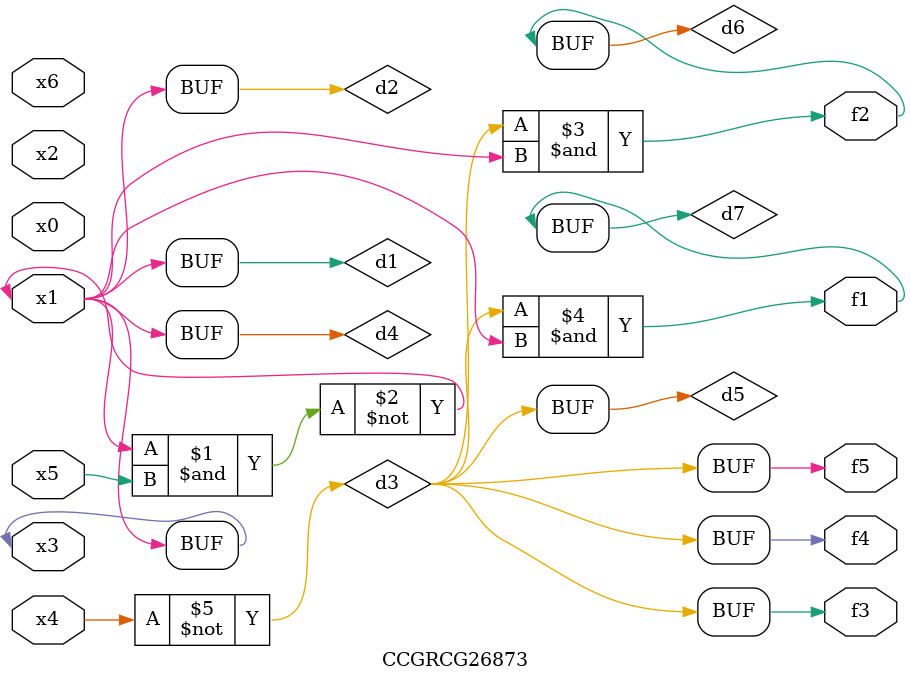
<source format=v>
module CCGRCG26873(
	input x0, x1, x2, x3, x4, x5, x6,
	output f1, f2, f3, f4, f5
);

	wire d1, d2, d3, d4, d5, d6, d7;

	buf (d1, x1, x3);
	nand (d2, x1, x5);
	not (d3, x4);
	buf (d4, d1, d2);
	buf (d5, d3);
	and (d6, d3, d4);
	and (d7, d3, d4);
	assign f1 = d7;
	assign f2 = d6;
	assign f3 = d5;
	assign f4 = d5;
	assign f5 = d5;
endmodule

</source>
